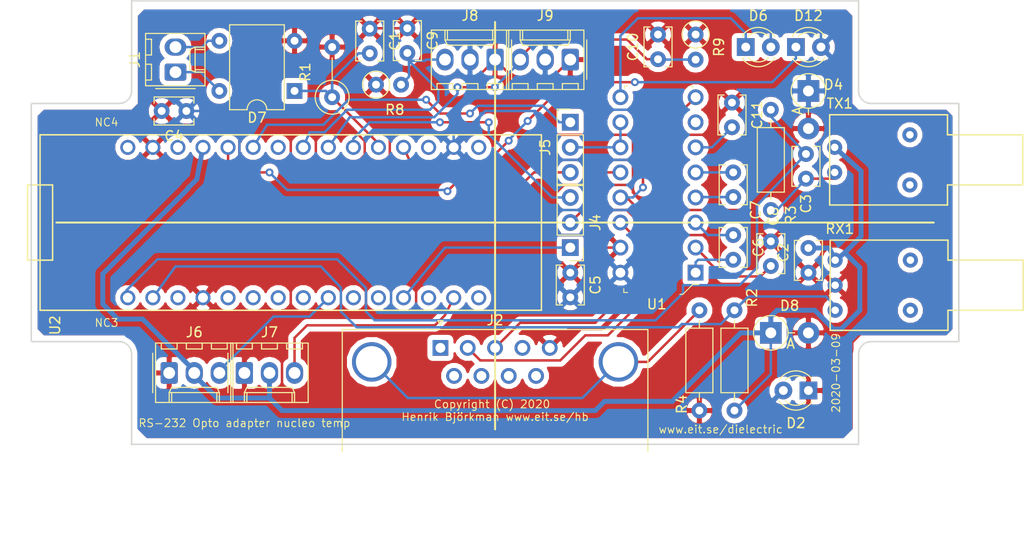
<source format=kicad_pcb>
(kicad_pcb (version 20171130) (host pcbnew 5.0.2-bee76a0~70~ubuntu18.04.1)
  (layers (0 F.Cu signal) (31 B.Cu signal) (34 B.Paste user) (35 F.Paste user) (36 B.SilkS user) (37 F.SilkS user) (38 B.Mask user) (39 F.Mask user) (44 Edge.Cuts user))
  (net 0 "")
  (net 1 "Net-(C3-Pad1)")
  (net 2 "Net-(TX1-Pad3)")
  (net 3 "Net-(TX1-Pad4)")
  (net 4 "Net-(RX1-Pad4)")
  (net 5 "Net-(RX1-Pad5)")
  (net 6 "Net-(C3-Pad2)")
  (net 7 GND)
  (net 8 +5V)
  (net 9 "Net-(U2-Pad3)")
  (net 10 "Net-(U2-Pad10)")
  (net 11 "Net-(U2-Pad11)")
  (net 12 "Net-(J4-Pad1)")
  (net 13 "Net-(U2-Pad16)")
  (net 14 "Net-(J4-Pad3)")
  (net 15 "Net-(J5-Pad1)")
  (net 16 "Net-(J5-Pad3)")
  (net 17 "Net-(U2-Pad28)")
  (net 18 "Net-(C6-Pad2)")
  (net 19 "Net-(C8-Pad2)")
  (net 20 "Net-(C6-Pad1)")
  (net 21 "Net-(C7-Pad2)")
  (net 22 "Net-(C7-Pad1)")
  (net 23 "Net-(J5-Pad2)")
  (net 24 "Net-(J4-Pad2)")
  (net 25 "Net-(J2-Pad2)")
  (net 26 "Net-(J2-Pad3)")
  (net 27 "Net-(J2-Pad0)")
  (net 28 "Net-(J2-Pad1)")
  (net 29 "Net-(J2-Pad4)")
  (net 30 "Net-(J2-Pad6)")
  (net 31 "Net-(J2-Pad7)")
  (net 32 "Net-(J2-Pad8)")
  (net 33 "Net-(J2-Pad9)")
  (net 34 "Net-(J6-Pad3)")
  (net 35 "Net-(U1-Pad7)")
  (net 36 "Net-(D12-Pad1)")
  (net 37 +3V3)
  (net 38 "Net-(U2-Pad8)")
  (net 39 "Net-(J7-Pad3)")
  (net 40 "Net-(U2-Pad18)")
  (net 41 "Net-(U2-Pad5)")
  (net 42 "Net-(U2-Pad6)")
  (net 43 "Net-(U2-Pad7)")
  (net 44 "Net-(U2-Pad13)")
  (net 45 "Net-(U2-Pad15)")
  (net 46 "Net-(U2-Pad24)")
  (net 47 "Net-(D6-Pad1)")
  (net 48 "Net-(R2-Pad1)")
  (net 49 "Net-(C10-Pad2)")
  (net 50 "Net-(C9-Pad2)")
  (net 51 "Net-(D7-Pad4)")
  (net 52 "Net-(D7-Pad3)")
  (net 53 "Net-(U2-Pad30)")
  (net 54 "Net-(C1-Pad2)")
  (net 55 "Net-(C11-Pad2)")
  (module Connector_Dsub:DSUB-9_Male_Horizontal_P2.77x2.84mm_EdgePinOffset7.70mm_Housed_MountingHolesOffset9.12mm (layer F.Cu) (at 108.76 101.6)
    (fp_text reference J2 (at 5.54 -2.8) (layer F.SilkS))
    (fp_text value DB9_Male_MountingHoles-Connector)
    (pad 1 thru_hole rect (at 0 0) (size 1.6 1.6) (drill 1) (layers *.Cu *.Mask) (net 28 "Net-(J2-Pad1)"))
    (pad 2 thru_hole circle (at 2.77 0) (size 1.6 1.6) (drill 1) (layers *.Cu *.Mask) (net 25 "Net-(J2-Pad2)"))
    (pad 3 thru_hole circle (at 5.54 0) (size 1.6 1.6) (drill 1) (layers *.Cu *.Mask) (net 26 "Net-(J2-Pad3)"))
    (pad 4 thru_hole circle (at 8.31 0) (size 1.6 1.6) (drill 1) (layers *.Cu *.Mask) (net 29 "Net-(J2-Pad4)"))
    (pad 5 thru_hole circle (at 11.08 0) (size 1.6 1.6) (drill 1) (layers *.Cu *.Mask) (net 7 GND))
    (pad 6 thru_hole circle (at 1.385 2.84) (size 1.6 1.6) (drill 1) (layers *.Cu *.Mask) (net 30 "Net-(J2-Pad6)"))
    (pad 7 thru_hole circle (at 4.155 2.84) (size 1.6 1.6) (drill 1) (layers *.Cu *.Mask) (net 31 "Net-(J2-Pad7)"))
    (pad 8 thru_hole circle (at 6.925 2.84) (size 1.6 1.6) (drill 1) (layers *.Cu *.Mask) (net 32 "Net-(J2-Pad8)"))
    (pad 9 thru_hole circle (at 9.695 2.84) (size 1.6 1.6) (drill 1) (layers *.Cu *.Mask) (net 33 "Net-(J2-Pad9)"))
    (pad 0 thru_hole circle (at -6.96 1.42) (size 4 4) (drill 3.2) (layers *.Cu *.Mask) (net 27 "Net-(J2-Pad0)"))
    (pad 0 thru_hole circle (at 18.04 1.42) (size 4 4) (drill 3.2) (layers *.Cu *.Mask) (net 27 "Net-(J2-Pad0)"))
  )
  (module Capacitor_THT:C_Disc_D3.8mm_W2.6mm_P2.50mm (layer F.Cu) (at 138.303 76.748 270)
    (fp_text reference C11 (at 1.25 -2.55 270) (layer F.SilkS))
    (fp_text value C)
    (pad 1 thru_hole circle (at 0 0 270) (size 1.6 1.6) (drill 0.8) (layers *.Cu *.Mask) (net 7 GND))
    (pad 2 thru_hole circle (at 2.5 0 270) (size 1.6 1.6) (drill 0.8) (layers *.Cu *.Mask) (net 55 "Net-(C11-Pad2)"))
  )
  (module Capacitor_THT:C_Disc_D3.8mm_W2.6mm_P2.50mm (layer F.Cu) (at 101.6 69.255 270)
    (fp_text reference C1 (at 1.25 -2.55 270) (layer F.SilkS))
    (fp_text value C)
    (pad 1 thru_hole circle (at 0 0 270) (size 1.6 1.6) (drill 0.8) (layers *.Cu *.Mask) (net 7 GND))
    (pad 2 thru_hole circle (at 2.5 0 270) (size 1.6 1.6) (drill 0.8) (layers *.Cu *.Mask) (net 54 "Net-(C1-Pad2)"))
  )
  (module Resistor_THT:R_Axial_DIN0309_L9.0mm_D3.2mm_P5.08mm_Vertical (layer F.Cu) (at 97.79 76.2 90)
    (fp_text reference R1 (at 2.54 -2.72 90) (layer F.SilkS))
    (fp_text value R)
    (pad 1 thru_hole circle (at 0 0 90) (size 1.6 1.6) (drill 0.8) (layers *.Cu *.Mask) (net 54 "Net-(C1-Pad2)"))
    (pad 2 thru_hole oval (at 5.08 0 90) (size 1.6 1.6) (drill 0.8) (layers *.Cu *.Mask) (net 7 GND))
  )
  (module Connector_Molex:Molex_KK-254_AE-6410-02A_1x02_P2.54mm_Vertical (layer F.Cu) (at 81.915 73.66 90)
    (fp_text reference J1 (at 1.27 -4.12 90) (layer F.SilkS))
    (fp_text value Conn_01x02)
    (pad 1 thru_hole roundrect (at 0 0 90) (size 1.74 2.2) (drill 1.2) (layers *.Cu *.Mask) (roundrect_rratio 0.143678) (net 51 "Net-(D7-Pad4)"))
    (pad 2 thru_hole oval (at 2.54 0 90) (size 1.74 2.2) (drill 1.2) (layers *.Cu *.Mask) (net 52 "Net-(D7-Pad3)"))
  )
  (module Diode_THT:Diode_Bridge_DIP-4_W7.62mm_P5.08mm (layer F.Cu) (at 93.98 75.565 180)
    (fp_text reference D7 (at 3.8 -2.7 180) (layer F.SilkS))
    (fp_text value D_Bridge_+-AA)
    (pad 4 thru_hole oval (at 7.62 0 180) (size 1.6 1.6) (drill 0.8) (layers *.Cu *.Mask) (net 51 "Net-(D7-Pad4)"))
    (pad 2 thru_hole oval (at 0 5.08 180) (size 1.6 1.6) (drill 0.8) (layers *.Cu *.Mask) (net 7 GND))
    (pad 3 thru_hole oval (at 7.62 5.08 180) (size 1.6 1.6) (drill 0.8) (layers *.Cu *.Mask) (net 52 "Net-(D7-Pad3)"))
    (pad 1 thru_hole rect (at 0 0 180) (size 1.6 1.6) (drill 0.8) (layers *.Cu *.Mask) (net 54 "Net-(C1-Pad2)"))
  )
  (module Connector_Molex:Molex_KK-254_AE-6410-03A_1x03_P2.54mm_Vertical (layer F.Cu) (at 114.3 72.39 180)
    (fp_text reference J8 (at 2.54 4.445 180) (layer F.SilkS))
    (fp_text value Conn_01x03 hide)
    (pad 1 thru_hole roundrect (at 0 0 180) (size 1.74 2.2) (drill 1.2) (layers *.Cu *.Mask) (roundrect_rratio 0.143678) (net 7 GND))
    (pad 2 thru_hole oval (at 2.54 0 180) (size 1.74 2.2) (drill 1.2) (layers *.Cu *.Mask) (net 37 +3V3))
    (pad 3 thru_hole oval (at 5.08 0 180) (size 1.74 2.2) (drill 1.2) (layers *.Cu *.Mask) (net 50 "Net-(C9-Pad2)"))
  )
  (module Resistor_THT:R_Axial_DIN0207_L6.3mm_D2.5mm_P2.54mm_Vertical (layer F.Cu) (at 102.235 74.93)
    (fp_text reference R8 (at 1.905 2.54) (layer F.SilkS))
    (fp_text value R)
    (pad 2 thru_hole oval (at 2.54 0) (size 1.6 1.6) (drill 0.8) (layers *.Cu *.Mask) (net 50 "Net-(C9-Pad2)"))
    (pad 1 thru_hole circle (at 0 0) (size 1.6 1.6) (drill 0.8) (layers *.Cu *.Mask) (net 7 GND))
  )
  (module Resistor_THT:R_Axial_DIN0207_L6.3mm_D2.5mm_P2.54mm_Vertical (layer F.Cu) (at 134.62 69.85 270)
    (fp_text reference R9 (at 1.27 -2.37 270) (layer F.SilkS))
    (fp_text value R)
    (pad 1 thru_hole circle (at 0 0 270) (size 1.6 1.6) (drill 0.8) (layers *.Cu *.Mask) (net 7 GND))
    (pad 2 thru_hole oval (at 2.54 0 270) (size 1.6 1.6) (drill 0.8) (layers *.Cu *.Mask) (net 49 "Net-(C10-Pad2)"))
  )
  (module Capacitor_THT:C_Disc_D3.8mm_W2.6mm_P2.50mm (layer F.Cu) (at 130.81 69.85 270)
    (fp_text reference C10 (at 1.25 2.54 270) (layer F.SilkS))
    (fp_text value C)
    (pad 2 thru_hole circle (at 2.5 0 270) (size 1.6 1.6) (drill 0.8) (layers *.Cu *.Mask) (net 49 "Net-(C10-Pad2)"))
    (pad 1 thru_hole circle (at 0 0 270) (size 1.6 1.6) (drill 0.8) (layers *.Cu *.Mask) (net 7 GND))
  )
  (module Capacitor_THT:C_Disc_D3.8mm_W2.6mm_P2.50mm (layer F.Cu) (at 105.41 69.215 270)
    (fp_text reference C9 (at 1.25 -2.55 270) (layer F.SilkS))
    (fp_text value C)
    (pad 1 thru_hole circle (at 0 0 270) (size 1.6 1.6) (drill 0.8) (layers *.Cu *.Mask) (net 7 GND))
    (pad 2 thru_hole circle (at 2.5 0 270) (size 1.6 1.6) (drill 0.8) (layers *.Cu *.Mask) (net 50 "Net-(C9-Pad2)"))
  )
  (module eit_footprints:nucleo_nano (layer F.Cu) (at 64.385 88.9 90)
    (fp_text reference U2 (at -10.414 5.334 90) (layer F.SilkS))
    (fp_text value nucleo_nano)
    (pad 1 thru_hole circle (at -7.62 12.7 90) (size 1.524 1.524) (drill 1) (layers *.Cu *.Mask) (net 6 "Net-(C3-Pad2)"))
    (pad 2 thru_hole circle (at -7.62 15.24 90) (size 1.524 1.524) (drill 1) (layers *.Cu *.Mask) (net 48 "Net-(R2-Pad1)"))
    (pad 3 thru_hole circle (at -7.62 17.78 90) (size 1.524 1.524) (drill 1) (layers *.Cu *.Mask) (net 9 "Net-(U2-Pad3)"))
    (pad 4 thru_hole circle (at -7.62 20.32 90) (size 1.524 1.524) (drill 1) (layers *.Cu *.Mask) (net 7 GND))
    (pad 5 thru_hole circle (at -7.62 22.86 90) (size 1.524 1.524) (drill 1) (layers *.Cu *.Mask) (net 41 "Net-(U2-Pad5)"))
    (pad 6 thru_hole circle (at -7.62 25.4 90) (size 1.524 1.524) (drill 1) (layers *.Cu *.Mask) (net 42 "Net-(U2-Pad6)"))
    (pad 7 thru_hole circle (at -7.62 27.94 90) (size 1.524 1.524) (drill 1) (layers *.Cu *.Mask) (net 43 "Net-(U2-Pad7)"))
    (pad 8 thru_hole circle (at -7.62 30.48 90) (size 1.524 1.524) (drill 1) (layers *.Cu *.Mask) (net 38 "Net-(U2-Pad8)"))
    (pad 9 thru_hole circle (at -7.62 33.02 90) (size 1.524 1.524) (drill 1) (layers *.Cu *.Mask) (net 34 "Net-(J6-Pad3)"))
    (pad 10 thru_hole circle (at -7.62 35.56 90) (size 1.524 1.524) (drill 1) (layers *.Cu *.Mask) (net 10 "Net-(U2-Pad10)"))
    (pad 11 thru_hole circle (at -7.62 38.1 90) (size 1.524 1.524) (drill 1) (layers *.Cu *.Mask) (net 11 "Net-(U2-Pad11)"))
    (pad 12 thru_hole circle (at -7.62 40.64 90) (size 1.524 1.524) (drill 1) (layers *.Cu *.Mask) (net 12 "Net-(J4-Pad1)"))
    (pad 13 thru_hole circle (at -7.62 43.18 90) (size 1.524 1.524) (drill 1) (layers *.Cu *.Mask) (net 44 "Net-(U2-Pad13)"))
    (pad 14 thru_hole circle (at -7.62 45.72 90) (size 1.524 1.524) (drill 1) (layers *.Cu *.Mask) (net 39 "Net-(J7-Pad3)"))
    (pad 15 thru_hole circle (at -7.62 48.26 90) (size 1.524 1.524) (drill 1) (layers *.Cu *.Mask) (net 45 "Net-(U2-Pad15)"))
    (pad 16 thru_hole circle (at 7.62 48.26 90) (size 1.524 1.524) (drill 1) (layers *.Cu *.Mask) (net 13 "Net-(U2-Pad16)"))
    (pad 17 thru_hole circle (at 7.62 45.72 90) (size 1.524 1.524) (drill 1) (layers *.Cu *.Mask) (net 37 +3V3))
    (pad 18 thru_hole circle (at 7.62 43.18 90) (size 1.524 1.524) (drill 1) (layers *.Cu *.Mask) (net 40 "Net-(U2-Pad18)"))
    (pad 19 thru_hole circle (at 7.62 40.64 90) (size 1.524 1.524) (drill 1) (layers *.Cu *.Mask) (net 36 "Net-(D12-Pad1)"))
    (pad 20 thru_hole circle (at 7.62 38.1 90) (size 1.524 1.524) (drill 1) (layers *.Cu *.Mask) (net 54 "Net-(C1-Pad2)"))
    (pad 21 thru_hole circle (at 7.62 35.56 90) (size 1.524 1.524) (drill 1) (layers *.Cu *.Mask) (net 14 "Net-(J4-Pad3)"))
    (pad 22 thru_hole circle (at 7.62 33.02 90) (size 1.524 1.524) (drill 1) (layers *.Cu *.Mask) (net 49 "Net-(C10-Pad2)"))
    (pad 23 thru_hole circle (at 7.62 30.48 90) (size 1.524 1.524) (drill 1) (layers *.Cu *.Mask) (net 50 "Net-(C9-Pad2)"))
    (pad 24 thru_hole circle (at 7.62 27.94 90) (size 1.524 1.524) (drill 1) (layers *.Cu *.Mask) (net 46 "Net-(U2-Pad24)"))
    (pad 25 thru_hole circle (at 7.62 25.4 90) (size 1.524 1.524) (drill 1) (layers *.Cu *.Mask) (net 15 "Net-(J5-Pad1)"))
    (pad 26 thru_hole circle (at 7.62 22.86 90) (size 1.524 1.524) (drill 1) (layers *.Cu *.Mask) (net 16 "Net-(J5-Pad3)"))
    (pad 27 thru_hole circle (at 7.62 20.32 90) (size 1.524 1.524) (drill 1) (layers *.Cu *.Mask) (net 8 +5V))
    (pad 28 thru_hole circle (at 7.62 17.78 90) (size 1.524 1.524) (drill 1) (layers *.Cu *.Mask) (net 17 "Net-(U2-Pad28)"))
    (pad 29 thru_hole circle (at 7.62 15.24 90) (size 1.524 1.524) (drill 1) (layers *.Cu *.Mask) (net 7 GND))
    (pad 30 thru_hole circle (at 7.62 12.7 90) (size 1.524 1.524) (drill 1) (layers *.Cu *.Mask) (net 53 "Net-(U2-Pad30)"))
  )
  (module eit_footprints:opto_transmitter_broadwell (layer F.Cu) (at 152.52 73.66)
    (fp_text reference TX1 (at -3.295 3.175) (layer F.SilkS))
    (fp_text value opto_transmitter_broadcom)
    (pad 1 thru_hole circle (at -3.81 7.62) (size 1.524 1.524) (drill 0.762) (layers *.Cu *.Mask) (net 8 +5V))
    (pad 2 thru_hole circle (at -3.81 10.16) (size 1.524 1.524) (drill 0.762) (layers *.Cu *.Mask) (net 1 "Net-(C3-Pad1)"))
    (pad 3 thru_hole circle (at 3.81 6.35) (size 1.524 1.524) (drill 0.762) (layers *.Cu *.Mask) (net 2 "Net-(TX1-Pad3)"))
    (pad 4 thru_hole circle (at 3.81 11.43) (size 1.524 1.524) (drill 0.762) (layers *.Cu *.Mask) (net 3 "Net-(TX1-Pad4)"))
  )
  (module Connector_Molex:Molex_KK-254_AE-6410-03A_1x03_P2.54mm_Vertical (layer F.Cu) (at 121.92 72.39 180)
    (fp_text reference J9 (at 2.54 4.445 180) (layer F.SilkS))
    (fp_text value Conn_01x03 hide)
    (pad 3 thru_hole oval (at 5.08 0 180) (size 1.74 2.2) (drill 1.2) (layers *.Cu *.Mask) (net 49 "Net-(C10-Pad2)"))
    (pad 2 thru_hole oval (at 2.54 0 180) (size 1.74 2.2) (drill 1.2) (layers *.Cu *.Mask) (net 37 +3V3))
    (pad 1 thru_hole roundrect (at 0 0 180) (size 1.74 2.2) (drill 1.2) (layers *.Cu *.Mask) (roundrect_rratio 0.143678) (net 7 GND))
  )
  (module Connector_Molex:Molex_KK-254_AE-6410-03A_1x03_P2.54mm_Vertical (layer F.Cu) (at 88.9 104.14)
    (fp_text reference J7 (at 2.54 -4.12) (layer F.SilkS))
    (fp_text value Conn_01x03 hide)
    (pad 3 thru_hole oval (at 5.08 0) (size 1.74 2.2) (drill 1.2) (layers *.Cu *.Mask) (net 39 "Net-(J7-Pad3)"))
    (pad 2 thru_hole oval (at 2.54 0) (size 1.74 2.2) (drill 1.2) (layers *.Cu *.Mask) (net 8 +5V))
    (pad 1 thru_hole roundrect (at 0 0) (size 1.74 2.2) (drill 1.2) (layers *.Cu *.Mask) (roundrect_rratio 0.143678) (net 7 GND))
  )
  (module Connector_Molex:Molex_KK-254_AE-6410-03A_1x03_P2.54mm_Vertical (layer F.Cu) (at 81.28 104.14)
    (fp_text reference J6 (at 2.54 -4.12) (layer F.SilkS))
    (fp_text value Conn_01x03 hide)
    (pad 1 thru_hole roundrect (at 0 0) (size 1.74 2.2) (drill 1.2) (layers *.Cu *.Mask) (roundrect_rratio 0.143678) (net 7 GND))
    (pad 2 thru_hole oval (at 2.54 0) (size 1.74 2.2) (drill 1.2) (layers *.Cu *.Mask) (net 8 +5V))
    (pad 3 thru_hole oval (at 5.08 0) (size 1.74 2.2) (drill 1.2) (layers *.Cu *.Mask) (net 34 "Net-(J6-Pad3)"))
  )
  (module Capacitor_THT:C_Disc_D3.8mm_W2.6mm_P2.50mm (layer F.Cu) (at 121.92 93.98 270)
    (fp_text reference C5 (at 1.25 -2.55 270) (layer F.SilkS))
    (fp_text value C)
    (pad 1 thru_hole circle (at 0 0 270) (size 1.6 1.6) (drill 0.8) (layers *.Cu *.Mask) (net 7 GND))
    (pad 2 thru_hole circle (at 2.5 0 270) (size 1.6 1.6) (drill 0.8) (layers *.Cu *.Mask) (net 37 +3V3))
  )
  (module Diode_THT:D_DO-41_SOD81_P3.81mm_Vertical_AnodeUp (layer F.Cu) (at 142.24 100.076)
    (fp_text reference D8 (at 1.905 -2.750635) (layer F.SilkS))
    (fp_text value D_Zener)
    (fp_text user A (at 2.01 1.1) (layer F.SilkS))
    (pad 1 thru_hole rect (at 0 0) (size 2.2 2.2) (drill 1.1) (layers *.Cu *.Mask) (net 8 +5V))
    (pad 2 thru_hole oval (at 3.81 0) (size 2.2 2.2) (drill 1.1) (layers *.Cu *.Mask) (net 7 GND))
  )
  (module Diode_THT:D_DO-41_SOD81_P3.81mm_Vertical_AnodeUp (layer F.Cu) (at 146.05 75.565 270)
    (fp_text reference D4 (at -0.635 -2.54) (layer F.SilkS))
    (fp_text value D_Zener)
    (fp_text user A (at 2.01 1.1 270) (layer F.SilkS))
    (pad 1 thru_hole rect (at 0 0 270) (size 2.2 2.2) (drill 1.1) (layers *.Cu *.Mask) (net 37 +3V3))
    (pad 2 thru_hole oval (at 3.81 0 270) (size 2.2 2.2) (drill 1.1) (layers *.Cu *.Mask) (net 7 GND))
  )
  (module LED_THT:LED_D3.0mm (layer F.Cu) (at 146.05 105.918 180)
    (fp_text reference D2 (at 1.27 -3.302 180) (layer F.SilkS))
    (fp_text value LED)
    (pad 1 thru_hole rect (at 0 0 180) (size 1.8 1.8) (drill 0.9) (layers *.Cu *.Mask) (net 7 GND))
    (pad 2 thru_hole circle (at 2.54 0 180) (size 1.8 1.8) (drill 0.9) (layers *.Cu *.Mask) (net 37 +3V3))
  )
  (module LED_THT:LED_D3.0mm (layer F.Cu) (at 144.78 71.12)
    (fp_text reference D12 (at 1.27 -3.175) (layer F.SilkS))
    (fp_text value LED)
    (pad 2 thru_hole circle (at 2.54 0) (size 1.8 1.8) (drill 0.9) (layers *.Cu *.Mask) (net 37 +3V3))
    (pad 1 thru_hole rect (at 0 0) (size 1.8 1.8) (drill 0.9) (layers *.Cu *.Mask) (net 36 "Net-(D12-Pad1)"))
  )
  (module Resistor_THT:R_Axial_DIN0207_L6.3mm_D2.5mm_P10.16mm_Horizontal (layer F.Cu) (at 135.001 97.79 270)
    (fp_text reference R4 (at 9.525 1.778 270) (layer F.SilkS))
    (fp_text value R)
    (pad 1 thru_hole circle (at 0 0 270) (size 1.6 1.6) (drill 0.8) (layers *.Cu *.Mask) (net 27 "Net-(J2-Pad0)"))
    (pad 2 thru_hole oval (at 10.16 0 270) (size 1.6 1.6) (drill 0.8) (layers *.Cu *.Mask) (net 7 GND))
  )
  (module LED_THT:LED_D3.0mm (layer F.Cu) (at 139.7 71.12)
    (fp_text reference D6 (at 1.27 -3.175) (layer F.SilkS))
    (fp_text value LED)
    (pad 2 thru_hole circle (at 2.54 0) (size 1.8 1.8) (drill 0.9) (layers *.Cu *.Mask) (net 37 +3V3))
    (pad 1 thru_hole rect (at 0 0) (size 1.8 1.8) (drill 0.9) (layers *.Cu *.Mask) (net 47 "Net-(D6-Pad1)"))
  )
  (module Capacitor_THT:C_Disc_D3.8mm_W2.6mm_P2.50mm (layer F.Cu) (at 138.43 83.82 270)
    (fp_text reference C7 (at 3.81 -2.286 270) (layer F.SilkS))
    (fp_text value C)
    (pad 1 thru_hole circle (at 0 0 270) (size 1.6 1.6) (drill 0.8) (layers *.Cu *.Mask) (net 22 "Net-(C7-Pad1)"))
    (pad 2 thru_hole circle (at 2.5 0 270) (size 1.6 1.6) (drill 0.8) (layers *.Cu *.Mask) (net 21 "Net-(C7-Pad2)"))
  )
  (module Capacitor_THT:C_Disc_D3.8mm_W2.6mm_P2.50mm (layer F.Cu) (at 142.24 90.805 270)
    (fp_text reference C8 (at -2.54 -0.254 270) (layer F.SilkS))
    (fp_text value C)
    (pad 2 thru_hole circle (at 2.5 0 270) (size 1.6 1.6) (drill 0.8) (layers *.Cu *.Mask) (net 19 "Net-(C8-Pad2)"))
    (pad 1 thru_hole circle (at 0 0 270) (size 1.6 1.6) (drill 0.8) (layers *.Cu *.Mask) (net 7 GND))
  )
  (module Capacitor_THT:C_Disc_D3.8mm_W2.6mm_P2.50mm (layer F.Cu) (at 138.43 90.17 270)
    (fp_text reference C6 (at 1.25 -2.55 270) (layer F.SilkS))
    (fp_text value C)
    (pad 1 thru_hole circle (at 0 0 270) (size 1.6 1.6) (drill 0.8) (layers *.Cu *.Mask) (net 20 "Net-(C6-Pad1)"))
    (pad 2 thru_hole circle (at 2.5 0 270) (size 1.6 1.6) (drill 0.8) (layers *.Cu *.Mask) (net 18 "Net-(C6-Pad2)"))
  )
  (module Capacitor_THT:C_Disc_D3.8mm_W2.6mm_P2.50mm (layer F.Cu) (at 80.518 77.597)
    (fp_text reference C4 (at 1.25 2.54) (layer F.SilkS))
    (fp_text value C)
    (pad 2 thru_hole circle (at 2.5 0) (size 1.6 1.6) (drill 0.8) (layers *.Cu *.Mask) (net 37 +3V3))
    (pad 1 thru_hole circle (at 0 0) (size 1.6 1.6) (drill 0.8) (layers *.Cu *.Mask) (net 7 GND))
  )
  (module Capacitor_THT:C_Disc_D3.8mm_W2.6mm_P2.50mm (layer F.Cu) (at 146.05 93.98 90)
    (fp_text reference C2 (at 2.032 -2.54 90) (layer F.SilkS))
    (fp_text value C)
    (pad 1 thru_hole circle (at 0 0 90) (size 1.6 1.6) (drill 0.8) (layers *.Cu *.Mask) (net 7 GND))
    (pad 2 thru_hole circle (at 2.5 0 90) (size 1.6 1.6) (drill 0.8) (layers *.Cu *.Mask) (net 8 +5V))
  )
  (module Connector_PinHeader_2.54mm:PinHeader_1x03_P2.54mm_Vertical (layer F.Cu) (at 121.92 91.44 180)
    (fp_text reference J4 (at -2.54 2.54 -90) (layer F.SilkS))
    (fp_text value Conn_01x03 hide)
    (pad 3 thru_hole oval (at 0 5.08 180) (size 1.7 1.7) (drill 1) (layers *.Cu *.Mask) (net 14 "Net-(J4-Pad3)"))
    (pad 2 thru_hole oval (at 0 2.54 180) (size 1.7 1.7) (drill 1) (layers *.Cu *.Mask) (net 24 "Net-(J4-Pad2)"))
    (pad 1 thru_hole rect (at 0 0 180) (size 1.7 1.7) (drill 1) (layers *.Cu *.Mask) (net 12 "Net-(J4-Pad1)"))
  )
  (module Connector_PinHeader_2.54mm:PinHeader_1x03_P2.54mm_Vertical (layer F.Cu) (at 121.92 78.74)
    (fp_text reference J5 (at -2.54 2.54 -270) (layer F.SilkS))
    (fp_text value Conn_01x03 hide)
    (pad 1 thru_hole rect (at 0 0) (size 1.7 1.7) (drill 1) (layers *.Cu *.Mask) (net 15 "Net-(J5-Pad1)"))
    (pad 2 thru_hole oval (at 0 2.54) (size 1.7 1.7) (drill 1) (layers *.Cu *.Mask) (net 23 "Net-(J5-Pad2)"))
    (pad 3 thru_hole oval (at 0 5.08) (size 1.7 1.7) (drill 1) (layers *.Cu *.Mask) (net 16 "Net-(J5-Pad3)"))
  )
  (module Resistor_THT:R_Axial_DIN0207_L6.3mm_D2.5mm_P10.16mm_Horizontal (layer F.Cu) (at 138.557 97.79 270)
    (fp_text reference R2 (at -1.27 -1.778 270) (layer F.SilkS))
    (fp_text value R)
    (pad 2 thru_hole oval (at 10.16 0 270) (size 1.6 1.6) (drill 0.8) (layers *.Cu *.Mask) (net 8 +5V))
    (pad 1 thru_hole circle (at 0 0 270) (size 1.6 1.6) (drill 0.8) (layers *.Cu *.Mask) (net 48 "Net-(R2-Pad1)"))
  )
  (module digikey-footprints:DIP-16_W7.62mm (layer F.Cu) (at 134.62 93.98 180)
    (fp_text reference U1 (at 3.94 -3.2 180) (layer F.SilkS))
    (fp_text value MAX232N-dk_Interface-Drivers-Receivers-Transceivers hide)
    (pad 1 thru_hole rect (at 0 0 180) (size 1.6 1.6) (drill 1) (layers *.Cu *.Mask) (net 18 "Net-(C6-Pad2)"))
    (pad 2 thru_hole circle (at 0 2.54 180) (size 1.6 1.6) (drill 1) (layers *.Cu *.Mask) (net 19 "Net-(C8-Pad2)"))
    (pad 3 thru_hole circle (at 0 5.08 180) (size 1.6 1.6) (drill 1) (layers *.Cu *.Mask) (net 20 "Net-(C6-Pad1)"))
    (pad 4 thru_hole circle (at 0 7.62 180) (size 1.6 1.6) (drill 1) (layers *.Cu *.Mask) (net 21 "Net-(C7-Pad2)"))
    (pad 5 thru_hole circle (at 0 10.16 180) (size 1.6 1.6) (drill 1) (layers *.Cu *.Mask) (net 22 "Net-(C7-Pad1)"))
    (pad 6 thru_hole circle (at 0 12.7 180) (size 1.6 1.6) (drill 1) (layers *.Cu *.Mask) (net 55 "Net-(C11-Pad2)"))
    (pad 7 thru_hole circle (at 0 15.24 180) (size 1.6 1.6) (drill 1) (layers *.Cu *.Mask) (net 35 "Net-(U1-Pad7)"))
    (pad 10 thru_hole circle (at 7.62 15.24 180) (size 1.6 1.6) (drill 1) (layers *.Cu *.Mask) (net 23 "Net-(J5-Pad2)"))
    (pad 11 thru_hole circle (at 7.62 12.7 180) (size 1.6 1.6) (drill 1) (layers *.Cu *.Mask) (net 23 "Net-(J5-Pad2)"))
    (pad 12 thru_hole circle (at 7.62 10.16 180) (size 1.6 1.6) (drill 1) (layers *.Cu *.Mask) (net 24 "Net-(J4-Pad2)"))
    (pad 13 thru_hole circle (at 7.62 7.62 180) (size 1.6 1.6) (drill 1) (layers *.Cu *.Mask) (net 25 "Net-(J2-Pad2)"))
    (pad 14 thru_hole circle (at 7.62 5.08 180) (size 1.6 1.6) (drill 1) (layers *.Cu *.Mask) (net 26 "Net-(J2-Pad3)"))
    (pad 15 thru_hole circle (at 7.62 2.54 180) (size 1.6 1.6) (drill 1) (layers *.Cu *.Mask) (net 7 GND))
    (pad 16 thru_hole circle (at 7.62 0 180) (size 1.6 1.6) (drill 1) (layers *.Cu *.Mask) (net 37 +3V3))
    (pad 8 thru_hole circle (at 0 17.78 180) (size 1.6 1.6) (drill 1) (layers *.Cu *.Mask) (net 25 "Net-(J2-Pad2)"))
    (pad 9 thru_hole circle (at 7.62 17.78 180) (size 1.6 1.6) (drill 1) (layers *.Cu *.Mask) (net 47 "Net-(D6-Pad1)"))
  )
  (module Capacitor_THT:C_Disc_D3.8mm_W2.6mm_P2.50mm (layer F.Cu) (at 145.8 84.455 90)
    (fp_text reference C3 (at -2.54 0 90) (layer F.SilkS))
    (fp_text value C)
    (pad 2 thru_hole circle (at 2.5 0 90) (size 1.6 1.6) (drill 0.8) (layers *.Cu *.Mask) (net 6 "Net-(C3-Pad2)"))
    (pad 1 thru_hole circle (at 0 0 90) (size 1.6 1.6) (drill 0.8) (layers *.Cu *.Mask) (net 1 "Net-(C3-Pad1)"))
  )
  (module Resistor_THT:R_Axial_DIN0207_L6.3mm_D2.5mm_P10.16mm_Horizontal (layer F.Cu) (at 142.24 87.63 90)
    (fp_text reference R3 (at -0.508 2.032 90) (layer F.SilkS))
    (fp_text value R)
    (pad 1 thru_hole circle (at 0 0 90) (size 1.6 1.6) (drill 0.8) (layers *.Cu *.Mask) (net 1 "Net-(C3-Pad1)"))
    (pad 2 thru_hole oval (at 10.16 0 90) (size 1.6 1.6) (drill 0.8) (layers *.Cu *.Mask) (net 6 "Net-(C3-Pad2)"))
  )
  (module eit_footprints:opto_receiver_broadwell (layer F.Cu) (at 152.57 86.36)
    (fp_text reference RX1 (at -3.345 3.175) (layer F.SilkS))
    (fp_text value opto_receiver_broadcom)
    (pad 1 thru_hole circle (at -3.81 6.35) (size 1.524 1.524) (drill 0.762) (layers *.Cu *.Mask) (net 8 +5V))
    (pad 2 thru_hole circle (at -3.81 8.89) (size 1.524 1.524) (drill 0.762) (layers *.Cu *.Mask) (net 7 GND))
    (pad 3 thru_hole circle (at -3.81 11.43) (size 1.524 1.524) (drill 0.762) (layers *.Cu *.Mask) (net 48 "Net-(R2-Pad1)"))
    (pad 4 thru_hole circle (at 3.81 6.35) (size 1.524 1.524) (drill 0.762) (layers *.Cu *.Mask) (net 4 "Net-(RX1-Pad4)"))
    (pad 5 thru_hole circle (at 3.81 11.43) (size 1.524 1.524) (drill 0.762) (layers *.Cu *.Mask) (net 5 "Net-(RX1-Pad5)"))
  )
  (gr_text 2020-03-09 (at 148.844 104.14 90) (layer F.SilkS) (effects (font (size 0.8 0.8) (thickness 0.1))))
  (gr_text NC3 (at 74.93 99.06) (layer F.SilkS) (effects (font (size 0.8 0.8) (thickness 0.1))))
  (gr_text NC4 (at 74.93 78.74) (layer F.SilkS) (effects (font (size 0.8 0.8) (thickness 0.1))))
  (gr_text www.eit.se/dielectric (at 137.16 109.855) (layer F.SilkS) (effects (font (size 0.8 0.8) (thickness 0.1))))
  (gr_text "RS-232 Opto adapter nucleo temp" (at 88.9 109.22) (layer F.SilkS) (effects (font (size 0.8 0.8) (thickness 0.1))))
  (gr_line (start 158.75 88.9) (end 69.85 88.9) (layer F.SilkS) (width 0.2))
  (gr_line (start 114.3 109.855) (end 114.3 68.58) (layer F.SilkS) (width 0.2))
  (gr_text "Copyright (C) 2020 \nHenrik Björkman www.eit.se/hb" (at 114.3 107.95) (layer F.SilkS) (effects (font (size 0.8 0.8) (thickness 0.1))))
  (gr_arc (start 152.4 102.235) (end 152.4 100.965) (angle -90) (layer Edge.Cuts) (width 0.15))
  (gr_arc (start 152.4 75.565) (end 151.13 75.565) (angle -90) (layer Edge.Cuts) (width 0.15))
  (gr_arc (start 76.2 75.565) (end 76.2 76.835) (angle -90) (layer Edge.Cuts) (width 0.15))
  (gr_arc (start 76.2 102.235) (end 77.47 102.235) (angle -90) (layer Edge.Cuts) (width 0.15))
  (gr_line (start 151.13 102.235) (end 151.13 111.375) (layer Edge.Cuts) (width 0.15))
  (gr_line (start 161.29 100.965) (end 152.4 100.965) (layer Edge.Cuts) (width 0.15))
  (gr_line (start 77.47 102.235) (end 77.47 111.375) (layer Edge.Cuts) (width 0.15))
  (gr_line (start 67.31 100.965) (end 76.2 100.965) (layer Edge.Cuts) (width 0.15))
  (gr_line (start 76.2 76.835) (end 67.31 76.835) (layer Edge.Cuts) (width 0.15))
  (gr_line (start 77.47 66.425) (end 77.47 75.565) (layer Edge.Cuts) (width 0.15))
  (gr_line (start 151.13 75.565) (end 151.13 66.425) (layer Edge.Cuts) (width 0.15))
  (gr_line (start 161.29 76.835) (end 152.4 76.835) (layer Edge.Cuts) (width 0.15))
  (gr_line (start 151.13 66.425) (end 77.47 66.425) (layer Edge.Cuts) (width 0.15))
  (gr_line (start 161.29 100.965) (end 161.29 76.835) (layer Edge.Cuts) (width 0.15))
  (gr_line (start 77.47 111.375) (end 151.13 111.375) (layer Edge.Cuts) (width 0.15))
  (gr_line (start 67.31 76.835) (end 67.31 100.965) (layer Edge.Cuts) (width 0.15))
  (segment (start 142.875 87.63) (end 142.24 87.63) (width 0.25) (layer B.Cu) (net 1))
  (segment (start 145.8 84.455) (end 142.875 87.63) (width 0.25) (layer B.Cu) (net 1))
  (segment (start 148.53237 84.455) (end 145.8 84.455) (width 0.25) (layer F.Cu) (net 1))
  (segment (start 148.71 83.82) (end 148.53237 84.455) (width 0.25) (layer F.Cu) (net 1))
  (segment (start 129.286 98.806) (end 128.27 98.806) (width 0.25) (layer B.Cu) (net 6))
  (segment (start 145.8 81.955) (end 142.24 78.145) (width 0.25) (layer B.Cu) (net 6))
  (segment (start 142.24 78.145) (end 142.24 77.47) (width 0.25) (layer B.Cu) (net 6))
  (segment (start 140.843 87.162) (end 145.8 81.955) (width 0.25) (layer B.Cu) (net 6))
  (segment (start 130.55741 98.806) (end 133.35 96.01341) (width 0.25) (layer B.Cu) (net 6))
  (segment (start 133.35 96.01341) (end 133.35 95.25) (width 0.25) (layer B.Cu) (net 6))
  (segment (start 133.35 95.25) (end 139.065 95.25) (width 0.25) (layer B.Cu) (net 6))
  (segment (start 139.065 95.25) (end 140.843 93.472) (width 0.25) (layer B.Cu) (net 6))
  (segment (start 140.843 93.472) (end 140.843 87.162) (width 0.25) (layer B.Cu) (net 6))
  (segment (start 128.27 98.806) (end 130.55741 98.806) (width 0.25) (layer B.Cu) (net 6))
  (segment (start 102.108 98.806) (end 101.219 97.917) (width 0.25) (layer B.Cu) (net 6))
  (segment (start 128.27 98.806) (end 102.108 98.806) (width 0.25) (layer B.Cu) (net 6))
  (segment (start 101.219 97.917) (end 101.219 95.540999) (width 0.25) (layer B.Cu) (net 6))
  (segment (start 98.298 92.619999) (end 80.100001 92.619999) (width 0.25) (layer B.Cu) (net 6))
  (segment (start 76.961999 95.758001) (end 77.085 96.52) (width 0.25) (layer B.Cu) (net 6))
  (segment (start 101.219 95.540999) (end 98.298 92.619999) (width 0.25) (layer B.Cu) (net 6))
  (segment (start 80.100001 92.619999) (end 76.961999 95.758001) (width 0.25) (layer B.Cu) (net 6))
  (segment (start 124.46 91.44) (end 121.92 93.98) (width 0.25) (layer F.Cu) (net 7))
  (segment (start 127 91.44) (end 124.46 91.44) (width 0.25) (layer F.Cu) (net 7))
  (segment (start 128.778 86.36) (end 131.826 89.408) (width 0.25) (layer F.Cu) (net 7))
  (segment (start 137.668 81.788) (end 135.89 80.01) (width 0.25) (layer F.Cu) (net 7))
  (segment (start 133.385998 80.01) (end 131.318 82.077998) (width 0.25) (layer F.Cu) (net 7))
  (segment (start 135.89 80.01) (end 133.385998 80.01) (width 0.25) (layer F.Cu) (net 7))
  (segment (start 144.272 86.868) (end 139.192 81.788) (width 0.25) (layer F.Cu) (net 7))
  (segment (start 143.764 88.392) (end 144.272 87.884) (width 0.25) (layer F.Cu) (net 7))
  (segment (start 144.272 87.884) (end 144.272 86.868) (width 0.25) (layer F.Cu) (net 7))
  (segment (start 139.192 81.788) (end 137.668 81.788) (width 0.25) (layer F.Cu) (net 7))
  (segment (start 128.27 85.852) (end 128.778 86.36) (width 0.25) (layer F.Cu) (net 7))
  (segment (start 128.27 85.09) (end 128.27 85.852) (width 0.25) (layer F.Cu) (net 7))
  (segment (start 128.27 85.09) (end 126.238 85.09) (width 0.25) (layer F.Cu) (net 7))
  (segment (start 125.476 89.916) (end 127 91.44) (width 0.25) (layer F.Cu) (net 7))
  (segment (start 126.238 85.09) (end 125.476 85.852) (width 0.25) (layer F.Cu) (net 7))
  (segment (start 143.764 89.916) (end 143.764 88.392) (width 0.25) (layer F.Cu) (net 7))
  (segment (start 143.764 91.694) (end 143.764 89.916) (width 0.25) (layer F.Cu) (net 7))
  (segment (start 92.71 101.6) (end 92.71 106.172) (width 0.25) (layer F.Cu) (net 7))
  (segment (start 92.27101 101.16101) (end 92.71 101.6) (width 0.25) (layer F.Cu) (net 7))
  (segment (start 90.67899 101.16101) (end 92.27101 101.16101) (width 0.25) (layer F.Cu) (net 7))
  (segment (start 88.9 104.14) (end 88.9 102.94) (width 0.25) (layer F.Cu) (net 7))
  (segment (start 88.9 102.94) (end 90.67899 101.16101) (width 0.25) (layer F.Cu) (net 7))
  (segment (start 131.826 90.17) (end 136.398 90.17) (width 0.25) (layer F.Cu) (net 7))
  (segment (start 131.826 89.408) (end 131.826 90.17) (width 0.25) (layer F.Cu) (net 7))
  (segment (start 124.079 80.01) (end 119.253 80.01) (width 0.25) (layer F.Cu) (net 7))
  (segment (start 128.016 80.01) (end 128.27 80.264) (width 0.25) (layer F.Cu) (net 7))
  (segment (start 128.016 80.01) (end 124.079 80.01) (width 0.25) (layer F.Cu) (net 7))
  (segment (start 128.27 82.55) (end 124.333 82.55) (width 0.25) (layer F.Cu) (net 7))
  (segment (start 128.27 82.55) (end 128.27 85.09) (width 0.25) (layer F.Cu) (net 7))
  (segment (start 128.27 80.264) (end 128.27 82.55) (width 0.25) (layer F.Cu) (net 7))
  (segment (start 95.377 82.804) (end 100.33 82.804) (width 0.25) (layer F.Cu) (net 7))
  (segment (start 93.472 82.804) (end 95.377 82.804) (width 0.25) (layer F.Cu) (net 7))
  (segment (start 123.317 82.677) (end 123.19 82.55) (width 0.25) (layer F.Cu) (net 7))
  (segment (start 123.19 82.55) (end 119.634 82.55) (width 0.25) (layer F.Cu) (net 7))
  (segment (start 125.73 90.17) (end 119.888 90.17) (width 0.25) (layer F.Cu) (net 7))
  (segment (start 119.634 82.55) (end 118.999 81.915) (width 0.25) (layer F.Cu) (net 7))
  (segment (start 118.999 81.915) (end 118.999 78.994) (width 0.25) (layer F.Cu) (net 7))
  (segment (start 123.825 77.089) (end 124.079 77.343) (width 0.25) (layer F.Cu) (net 7))
  (segment (start 121.28641 85.09) (end 123.317 85.09) (width 0.25) (layer F.Cu) (net 7))
  (segment (start 120.904 77.089) (end 123.825 77.089) (width 0.25) (layer F.Cu) (net 7))
  (segment (start 123.317 85.09) (end 123.317 82.677) (width 0.25) (layer F.Cu) (net 7))
  (segment (start 119.888 86.48841) (end 121.28641 85.09) (width 0.25) (layer F.Cu) (net 7))
  (segment (start 127 91.44) (end 125.73 90.17) (width 0.25) (layer F.Cu) (net 7))
  (segment (start 119.888 90.17) (end 119.888 86.48841) (width 0.25) (layer F.Cu) (net 7))
  (segment (start 118.999 78.994) (end 120.904 77.089) (width 0.25) (layer F.Cu) (net 7))
  (segment (start 133.096 72.263) (end 133.096 71.374) (width 0.25) (layer F.Cu) (net 7))
  (segment (start 131.572 73.787) (end 133.096 72.263) (width 0.25) (layer F.Cu) (net 7))
  (segment (start 130.048 73.787) (end 131.572 73.787) (width 0.25) (layer F.Cu) (net 7))
  (segment (start 133.096 71.374) (end 134.62 69.85) (width 0.25) (layer F.Cu) (net 7))
  (segment (start 121.92 72.39) (end 128.651 72.39) (width 0.25) (layer F.Cu) (net 7))
  (segment (start 128.651 72.39) (end 130.048 73.787) (width 0.25) (layer F.Cu) (net 7))
  (segment (start 127.889 77.47) (end 124.841 77.47) (width 0.25) (layer F.Cu) (net 7))
  (segment (start 130.048 73.787) (end 130.048 75.311) (width 0.25) (layer F.Cu) (net 7))
  (segment (start 130.048 75.311) (end 127.889 77.47) (width 0.25) (layer F.Cu) (net 7))
  (segment (start 116.368999 74.458999) (end 115.239773 73.329773) (width 0.25) (layer F.Cu) (net 7))
  (segment (start 115.239773 73.329773) (end 114.3 72.39) (width 0.25) (layer F.Cu) (net 7))
  (segment (start 119.851001 74.458999) (end 116.368999 74.458999) (width 0.25) (layer F.Cu) (net 7))
  (segment (start 121.92 72.39) (end 119.851001 74.458999) (width 0.25) (layer F.Cu) (net 7))
  (segment (start 116.368999 74.458999) (end 116.368999 79.411999) (width 0.25) (layer F.Cu) (net 7))
  (segment (start 116.368999 79.411999) (end 118.11 81.153) (width 0.25) (layer F.Cu) (net 7))
  (segment (start 118.11 81.153) (end 118.11 81.661) (width 0.25) (layer F.Cu) (net 7))
  (segment (start 89.916 76.454) (end 87.63 78.74) (width 0.25) (layer F.Cu) (net 7))
  (segment (start 89.916 72.78263) (end 89.916 76.454) (width 0.25) (layer F.Cu) (net 7))
  (segment (start 81.915 78.994) (end 87.63 78.994) (width 0.25) (layer F.Cu) (net 7))
  (segment (start 80.518 77.597) (end 81.915 78.994) (width 0.25) (layer F.Cu) (net 7))
  (segment (start 87.63 78.994) (end 87.63 78.74) (width 0.25) (layer F.Cu) (net 7))
  (segment (start 103.034999 75.729999) (end 102.235 74.93) (width 0.25) (layer F.Cu) (net 7))
  (segment (start 103.632 76.327) (end 103.034999 75.729999) (width 0.25) (layer F.Cu) (net 7))
  (segment (start 114.3 72.39) (end 112.522 74.168) (width 0.25) (layer F.Cu) (net 7))
  (segment (start 106.299 76.327) (end 103.632 76.327) (width 0.25) (layer F.Cu) (net 7))
  (segment (start 108.458 74.168) (end 106.299 76.327) (width 0.25) (layer F.Cu) (net 7))
  (segment (start 112.522 74.168) (end 108.458 74.168) (width 0.25) (layer F.Cu) (net 7))
  (segment (start 101.64 69.215) (end 101.6 69.255) (width 0.25) (layer F.Cu) (net 7))
  (segment (start 105.41 69.215) (end 101.64 69.215) (width 0.25) (layer F.Cu) (net 7))
  (segment (start 99.735 71.12) (end 101.6 69.255) (width 0.25) (layer F.Cu) (net 7))
  (segment (start 97.79 71.12) (end 99.735 71.12) (width 0.25) (layer F.Cu) (net 7))
  (segment (start 114.808 79.883) (end 102.87 79.883) (width 0.25) (layer F.Cu) (net 7))
  (segment (start 116.368999 79.411999) (end 115.279001 79.411999) (width 0.25) (layer F.Cu) (net 7))
  (segment (start 115.279001 79.411999) (end 114.808 79.883) (width 0.25) (layer F.Cu) (net 7))
  (segment (start 139.192 87.63) (end 140.716 89.154) (width 0.25) (layer F.Cu) (net 7))
  (segment (start 133.35 87.63) (end 139.192 87.63) (width 0.25) (layer F.Cu) (net 7))
  (segment (start 131.826 89.408) (end 131.826 89.154) (width 0.25) (layer F.Cu) (net 7))
  (segment (start 131.826 89.154) (end 133.35 87.63) (width 0.25) (layer F.Cu) (net 7))
  (segment (start 88.392 79.756) (end 87.63 78.994) (width 0.25) (layer F.Cu) (net 7))
  (segment (start 93.472 82.804) (end 88.392 82.804) (width 0.25) (layer F.Cu) (net 7))
  (segment (start 88.392 82.804) (end 88.392 79.756) (width 0.25) (layer F.Cu) (net 7))
  (segment (start 93.599 82.677) (end 93.472 82.804) (width 0.25) (layer F.Cu) (net 7))
  (segment (start 92.71 77.724) (end 93.599 78.613) (width 0.25) (layer F.Cu) (net 7))
  (segment (start 93.599 78.613) (end 93.599 82.677) (width 0.25) (layer F.Cu) (net 7))
  (segment (start 96.139 82.042) (end 95.377 82.804) (width 0.25) (layer F.Cu) (net 7))
  (segment (start 95.25 77.978) (end 96.139 78.867) (width 0.25) (layer F.Cu) (net 7))
  (segment (start 96.139 78.867) (end 96.139 82.042) (width 0.25) (layer F.Cu) (net 7))
  (segment (start 100.33 82.804) (end 101.092 82.042) (width 0.25) (layer F.Cu) (net 7))
  (segment (start 101.092 80.645) (end 100.33 79.883) (width 0.25) (layer F.Cu) (net 7))
  (segment (start 101.092 82.042) (end 101.092 80.645) (width 0.25) (layer F.Cu) (net 7))
  (segment (start 103.632 80.01) (end 103.505 79.883) (width 0.25) (layer F.Cu) (net 7))
  (segment (start 103.632 82.296) (end 103.632 80.01) (width 0.25) (layer F.Cu) (net 7))
  (segment (start 100.33 82.804) (end 103.124 82.804) (width 0.25) (layer F.Cu) (net 7))
  (segment (start 103.124 82.804) (end 103.632 82.296) (width 0.25) (layer F.Cu) (net 7))
  (segment (start 106.299 95.885) (end 105.41 94.996) (width 0.25) (layer F.Cu) (net 7))
  (segment (start 101.219 95.885) (end 101.219 98.425) (width 0.25) (layer F.Cu) (net 7))
  (segment (start 100.33 94.996) (end 101.219 95.885) (width 0.25) (layer F.Cu) (net 7))
  (segment (start 101.219 98.425) (end 101.092 98.552) (width 0.25) (layer F.Cu) (net 7))
  (segment (start 106.299 97.282) (end 106.299 95.885) (width 0.25) (layer F.Cu) (net 7))
  (segment (start 101.092 98.552) (end 105.029 98.552) (width 0.25) (layer F.Cu) (net 7))
  (segment (start 105.029 98.552) (end 106.299 97.282) (width 0.25) (layer F.Cu) (net 7))
  (segment (start 93.599 97.282) (end 93.091 97.79) (width 0.25) (layer F.Cu) (net 7))
  (segment (start 93.599 95.631) (end 93.599 97.282) (width 0.25) (layer F.Cu) (net 7))
  (segment (start 92.202 94.234) (end 93.599 95.631) (width 0.25) (layer F.Cu) (net 7))
  (segment (start 93.091 97.79) (end 92.71 97.79) (width 0.25) (layer F.Cu) (net 7))
  (segment (start 84.705 96.52) (end 86.106 94.234) (width 0.25) (layer F.Cu) (net 7))
  (segment (start 86.106 94.234) (end 92.202 94.234) (width 0.25) (layer F.Cu) (net 7))
  (segment (start 125.476 87.63) (end 125.476 89.916) (width 0.25) (layer F.Cu) (net 7))
  (segment (start 125.476 85.852) (end 125.476 87.63) (width 0.25) (layer F.Cu) (net 7))
  (segment (start 127.63359 87.63) (end 129.54 89.53641) (width 0.25) (layer F.Cu) (net 7))
  (segment (start 125.476 87.63) (end 127.63359 87.63) (width 0.25) (layer F.Cu) (net 7))
  (segment (start 129.54 89.53641) (end 129.54 95.25) (width 0.25) (layer F.Cu) (net 7))
  (segment (start 129.54 95.25) (end 125.095 99.695) (width 0.25) (layer F.Cu) (net 7))
  (segment (start 125.095 99.695) (end 121.745 99.695) (width 0.25) (layer F.Cu) (net 7))
  (segment (start 120.639999 100.800001) (end 119.84 101.6) (width 0.25) (layer F.Cu) (net 7))
  (segment (start 121.745 99.695) (end 120.639999 100.800001) (width 0.25) (layer F.Cu) (net 7))
  (segment (start 142.24 102.028) (end 142.24 100.076) (width 0.25) (layer B.Cu) (net 8))
  (segment (start 83.82 104.37) (end 83.82 104.14) (width 0.25) (layer F.Cu) (net 8))
  (segment (start 86.13 106.68) (end 83.82 104.37) (width 0.5) (layer B.Cu) (net 8))
  (segment (start 91.44 106.68) (end 86.13 106.68) (width 0.5) (layer B.Cu) (net 8))
  (segment (start 91.44 104.14) (end 91.44 106.68) (width 0.5) (layer B.Cu) (net 8))
  (segment (start 83.82 104.14) (end 83.82 103.91) (width 0.25) (layer B.Cu) (net 8))
  (segment (start 142.24 104.267) (end 142.24 103.505) (width 0.25) (layer B.Cu) (net 8))
  (segment (start 138.557 107.95) (end 142.24 104.267) (width 0.25) (layer B.Cu) (net 8))
  (segment (start 142.24 102.028) (end 142.24 103.505) (width 0.25) (layer B.Cu) (net 8))
  (segment (start 132.249999 107.018001) (end 139.192 100.076) (width 0.5) (layer B.Cu) (net 8))
  (segment (start 125.391999 107.018001) (end 132.249999 107.018001) (width 0.5) (layer B.Cu) (net 8))
  (segment (start 139.192 100.076) (end 142.24 100.076) (width 0.5) (layer B.Cu) (net 8))
  (segment (start 124.46 107.95) (end 125.391999 107.018001) (width 0.5) (layer B.Cu) (net 8))
  (segment (start 91.44 106.68) (end 92.71 107.95) (width 0.5) (layer B.Cu) (net 8))
  (segment (start 92.71 107.95) (end 124.46 107.95) (width 0.5) (layer B.Cu) (net 8))
  (segment (start 151.384 83.689) (end 148.71 81.28) (width 0.5) (layer B.Cu) (net 8))
  (segment (start 151.384 84.201) (end 151.384 83.689) (width 0.5) (layer B.Cu) (net 8))
  (segment (start 146.05 91.48) (end 148.165 91.48) (width 0.5) (layer B.Cu) (net 8))
  (segment (start 148.76 92.71) (end 149.61 92.075) (width 0.5) (layer B.Cu) (net 8))
  (segment (start 148.165 91.48) (end 148.76 92.71) (width 0.5) (layer B.Cu) (net 8))
  (segment (start 151.257 93.472) (end 149.735 91.95) (width 0.5) (layer B.Cu) (net 8))
  (segment (start 151.257 97.79) (end 151.257 93.472) (width 0.5) (layer B.Cu) (net 8))
  (segment (start 142.24 98.425) (end 142.875 97.79) (width 0.5) (layer B.Cu) (net 8))
  (segment (start 149.735 91.95) (end 151.384 90.301) (width 0.5) (layer B.Cu) (net 8))
  (segment (start 142.24 100.076) (end 142.24 98.425) (width 0.5) (layer B.Cu) (net 8))
  (segment (start 151.384 90.301) (end 151.384 84.074) (width 0.5) (layer B.Cu) (net 8))
  (segment (start 142.875 97.79) (end 146.685 97.79) (width 0.5) (layer B.Cu) (net 8))
  (segment (start 146.685 97.79) (end 148.59 99.695) (width 0.5) (layer B.Cu) (net 8))
  (segment (start 148.59 99.695) (end 149.352 99.695) (width 0.5) (layer B.Cu) (net 8))
  (segment (start 149.352 99.695) (end 151.257 97.79) (width 0.5) (layer B.Cu) (net 8))
  (segment (start 78.589 98.679) (end 83.82 103.91) (width 0.5) (layer B.Cu) (net 8))
  (segment (start 84.07 84.52437) (end 83.185 85.40937) (width 0.5) (layer B.Cu) (net 8))
  (segment (start 74.549 94.107) (end 74.549 97.155) (width 0.5) (layer B.Cu) (net 8))
  (segment (start 76.073 98.679) (end 78.589 98.679) (width 0.5) (layer B.Cu) (net 8))
  (segment (start 84.705 81.28) (end 84.07 84.52437) (width 0.5) (layer B.Cu) (net 8))
  (segment (start 83.185 85.40937) (end 83.185 85.471) (width 0.5) (layer B.Cu) (net 8))
  (segment (start 83.185 85.471) (end 74.549 94.107) (width 0.5) (layer B.Cu) (net 8))
  (segment (start 74.549 97.155) (end 76.073 98.679) (width 0.5) (layer B.Cu) (net 8))
  (segment (start 120.82 91.44) (end 121.92 91.44) (width 0.25) (layer B.Cu) (net 12))
  (segment (start 105.025 96.52) (end 109.22 91.44) (width 0.25) (layer B.Cu) (net 12))
  (segment (start 109.22 91.44) (end 120.82 91.44) (width 0.25) (layer B.Cu) (net 12))
  (via (at 108.712 78.74) (size 0.8) (drill 0.4) (layers F.Cu B.Cu) (net 14))
  (segment (start 108.712 78.74) (end 113.665 78.74) (width 0.25) (layer F.Cu) (net 14))
  (via (at 113.665 78.74) (size 0.8) (drill 0.4) (layers F.Cu B.Cu) (net 14))
  (segment (start 121.92 86.36) (end 120.084315 86.36) (width 0.25) (layer B.Cu) (net 14))
  (segment (start 120.084315 86.36) (end 113.665 79.940685) (width 0.25) (layer B.Cu) (net 14))
  (segment (start 113.665 79.305685) (end 113.665 78.74) (width 0.25) (layer B.Cu) (net 14))
  (segment (start 113.665 79.940685) (end 113.665 79.305685) (width 0.25) (layer B.Cu) (net 14))
  (segment (start 99.945 80.395) (end 99.945 81.28) (width 0.25) (layer B.Cu) (net 14))
  (segment (start 108.712 78.74) (end 101.6 78.74) (width 0.25) (layer B.Cu) (net 14))
  (segment (start 101.6 78.74) (end 99.945 80.395) (width 0.25) (layer B.Cu) (net 14))
  (segment (start 120.82 78.74) (end 119.150001 77.070001) (width 0.25) (layer B.Cu) (net 15))
  (via (at 111.76 77.851) (size 0.8) (drill 0.4) (layers F.Cu B.Cu) (net 15))
  (segment (start 112.540999 77.070001) (end 112.159999 77.451001) (width 0.25) (layer B.Cu) (net 15))
  (segment (start 112.159999 77.451001) (end 111.76 77.851) (width 0.25) (layer B.Cu) (net 15))
  (segment (start 119.150001 77.070001) (end 112.540999 77.070001) (width 0.25) (layer B.Cu) (net 15))
  (segment (start 121.92 78.74) (end 120.82 78.74) (width 0.25) (layer B.Cu) (net 15))
  (segment (start 108.712 77.851) (end 107.714999 76.853999) (width 0.25) (layer F.Cu) (net 15))
  (segment (start 111.76 77.851) (end 108.712 77.851) (width 0.25) (layer F.Cu) (net 15))
  (segment (start 107.714999 76.853999) (end 107.315 76.454) (width 0.25) (layer F.Cu) (net 15))
  (via (at 107.315 76.454) (size 0.8) (drill 0.4) (layers F.Cu B.Cu) (net 15))
  (segment (start 106.749315 76.454) (end 107.315 76.454) (width 0.25) (layer B.Cu) (net 15))
  (segment (start 99.441 76.454) (end 106.749315 76.454) (width 0.25) (layer B.Cu) (net 15))
  (segment (start 96.901 78.994) (end 99.441 76.454) (width 0.25) (layer B.Cu) (net 15))
  (segment (start 89.785 81.28) (end 91.186 78.994) (width 0.25) (layer B.Cu) (net 15))
  (segment (start 91.186 78.994) (end 96.901 78.994) (width 0.25) (layer B.Cu) (net 15))
  (via (at 91.44 83.82) (size 0.8) (drill 0.4) (layers F.Cu B.Cu) (net 16))
  (via (at 109.474 85.725002) (size 0.8) (drill 0.4) (layers F.Cu B.Cu) (net 16))
  (segment (start 109.873999 85.325003) (end 109.474 85.725002) (width 0.25) (layer F.Cu) (net 16))
  (segment (start 117.094 84.963) (end 110.236002 84.963) (width 0.25) (layer F.Cu) (net 16))
  (segment (start 121.92 83.82) (end 118.237 83.82) (width 0.25) (layer F.Cu) (net 16))
  (segment (start 110.236002 84.963) (end 109.873999 85.325003) (width 0.25) (layer F.Cu) (net 16))
  (segment (start 118.237 83.82) (end 117.094 84.963) (width 0.25) (layer F.Cu) (net 16))
  (segment (start 109.346998 85.598) (end 109.474 85.725002) (width 0.25) (layer B.Cu) (net 16))
  (segment (start 91.44 83.82) (end 93.218 85.598) (width 0.25) (layer B.Cu) (net 16))
  (segment (start 93.218 85.598) (end 109.346998 85.598) (width 0.25) (layer B.Cu) (net 16))
  (segment (start 87.82237 83.82) (end 91.44 83.82) (width 0.25) (layer F.Cu) (net 16))
  (segment (start 87.245 81.28) (end 87.245 83.24263) (width 0.25) (layer F.Cu) (net 16))
  (segment (start 87.245 83.24263) (end 87.82237 83.82) (width 0.25) (layer F.Cu) (net 16))
  (segment (start 134.62 92.93) (end 134.62 93.98) (width 0.25) (layer B.Cu) (net 18))
  (segment (start 134.88 92.67) (end 134.62 92.93) (width 0.25) (layer B.Cu) (net 18))
  (segment (start 138.43 92.67) (end 134.88 92.67) (width 0.25) (layer B.Cu) (net 18))
  (segment (start 135.745001 92.565001) (end 135.745001 92.692001) (width 0.25) (layer F.Cu) (net 19))
  (segment (start 134.62 91.44) (end 135.745001 92.565001) (width 0.25) (layer F.Cu) (net 19))
  (segment (start 135.745001 92.692001) (end 137.414 94.361) (width 0.25) (layer F.Cu) (net 19))
  (segment (start 141.184 94.361) (end 142.24 93.305) (width 0.25) (layer F.Cu) (net 19))
  (segment (start 137.414 94.361) (end 141.184 94.361) (width 0.25) (layer F.Cu) (net 19))
  (segment (start 135.419999 89.699999) (end 134.62 88.9) (width 0.25) (layer B.Cu) (net 20))
  (segment (start 135.89 90.17) (end 135.419999 89.699999) (width 0.25) (layer B.Cu) (net 20))
  (segment (start 138.43 90.17) (end 135.89 90.17) (width 0.25) (layer B.Cu) (net 20))
  (segment (start 134.66 86.32) (end 134.62 86.36) (width 0.25) (layer B.Cu) (net 21))
  (segment (start 138.43 86.32) (end 134.66 86.32) (width 0.25) (layer B.Cu) (net 21))
  (segment (start 137.29863 83.82) (end 134.62 83.82) (width 0.25) (layer B.Cu) (net 22))
  (segment (start 138.43 83.82) (end 137.29863 83.82) (width 0.25) (layer B.Cu) (net 22))
  (segment (start 127 80.14863) (end 127 78.74) (width 0.25) (layer B.Cu) (net 23))
  (segment (start 127 81.28) (end 127 80.14863) (width 0.25) (layer B.Cu) (net 23))
  (segment (start 125.86863 81.28) (end 121.92 81.28) (width 0.25) (layer B.Cu) (net 23))
  (segment (start 127 81.28) (end 125.86863 81.28) (width 0.25) (layer B.Cu) (net 23))
  (segment (start 123.952 86.868) (end 121.92 88.9) (width 0.25) (layer F.Cu) (net 24))
  (segment (start 123.952 85.344) (end 123.952 86.868) (width 0.25) (layer F.Cu) (net 24))
  (segment (start 127 83.82) (end 125.476 83.82) (width 0.25) (layer F.Cu) (net 24))
  (segment (start 125.476 83.82) (end 123.952 85.344) (width 0.25) (layer F.Cu) (net 24))
  (segment (start 127 86.36) (end 128.27 86.36) (width 0.25) (layer B.Cu) (net 25))
  (segment (start 128.27 86.36) (end 128.886001 85.743999) (width 0.25) (layer B.Cu) (net 25))
  (via (at 129.286 85.344) (size 0.8) (drill 0.4) (layers F.Cu B.Cu) (net 25))
  (segment (start 128.886001 85.743999) (end 129.286 85.344) (width 0.25) (layer B.Cu) (net 25))
  (segment (start 129.286 84.778315) (end 129.286 85.344) (width 0.25) (layer F.Cu) (net 25))
  (segment (start 129.286 81.534) (end 129.286 84.778315) (width 0.25) (layer F.Cu) (net 25))
  (segment (start 134.62 76.2) (end 129.286 81.534) (width 0.25) (layer F.Cu) (net 25))
  (segment (start 127.635 86.36) (end 127 86.36) (width 0.25) (layer F.Cu) (net 25))
  (segment (start 130.175 88.9) (end 127.635 86.36) (width 0.25) (layer F.Cu) (net 25))
  (segment (start 111.53 101.6) (end 112.8 102.87) (width 0.25) (layer F.Cu) (net 25))
  (segment (start 125.73 100.33) (end 130.175 95.885) (width 0.25) (layer F.Cu) (net 25))
  (segment (start 120.904 102.87) (end 123.444 100.33) (width 0.25) (layer F.Cu) (net 25))
  (segment (start 112.8 102.87) (end 120.904 102.87) (width 0.25) (layer F.Cu) (net 25))
  (segment (start 123.444 100.33) (end 125.73 100.33) (width 0.25) (layer F.Cu) (net 25))
  (segment (start 130.175 95.885) (end 130.175 88.9) (width 0.25) (layer F.Cu) (net 25))
  (segment (start 128.778 90.678) (end 127 88.9) (width 0.25) (layer F.Cu) (net 26))
  (segment (start 128.778 94.742) (end 128.778 90.678) (width 0.25) (layer F.Cu) (net 26))
  (segment (start 124.46 99.06) (end 128.778 94.742) (width 0.25) (layer F.Cu) (net 26))
  (segment (start 114.3 101.6) (end 116.84 99.06) (width 0.25) (layer F.Cu) (net 26))
  (segment (start 116.84 99.06) (end 124.46 99.06) (width 0.25) (layer F.Cu) (net 26))
  (segment (start 129.771 103.02) (end 126.8 103.02) (width 0.25) (layer F.Cu) (net 27))
  (segment (start 135.001 97.79) (end 129.771 103.02) (width 0.25) (layer F.Cu) (net 27))
  (segment (start 123.14 106.68) (end 126.8 103.02) (width 0.25) (layer B.Cu) (net 27))
  (segment (start 101.8 103.02) (end 105.46 106.68) (width 0.25) (layer B.Cu) (net 27))
  (segment (start 105.46 106.68) (end 123.14 106.68) (width 0.25) (layer B.Cu) (net 27))
  (segment (start 86.36 103.91) (end 86.36 104.14) (width 0.25) (layer B.Cu) (net 34))
  (segment (start 91.845 98.425) (end 86.36 103.91) (width 0.25) (layer B.Cu) (net 34))
  (segment (start 97.405 96.52) (end 96.52 97.409) (width 0.25) (layer B.Cu) (net 34))
  (segment (start 95.504 98.425) (end 91.845 98.425) (width 0.25) (layer B.Cu) (net 34))
  (segment (start 96.52 97.409) (end 95.504 98.425) (width 0.25) (layer B.Cu) (net 34))
  (via (at 117.602 78.612998) (size 0.8) (drill 0.4) (layers F.Cu B.Cu) (net 36))
  (via (at 128.466323 74.676) (size 0.8) (drill 0.4) (layers F.Cu B.Cu) (net 36))
  (segment (start 142.374 74.676) (end 129.032008 74.676) (width 0.25) (layer B.Cu) (net 36))
  (segment (start 129.032008 74.676) (end 128.466323 74.676) (width 0.25) (layer B.Cu) (net 36))
  (segment (start 144.78 72.27) (end 142.374 74.676) (width 0.25) (layer B.Cu) (net 36))
  (segment (start 144.78 71.12) (end 144.78 72.27) (width 0.25) (layer B.Cu) (net 36))
  (segment (start 127.900638 74.676) (end 128.466323 74.676) (width 0.25) (layer F.Cu) (net 36))
  (segment (start 122.555 76.2) (end 124.079 74.676) (width 0.25) (layer F.Cu) (net 36))
  (segment (start 124.079 74.676) (end 127.900638 74.676) (width 0.25) (layer F.Cu) (net 36))
  (segment (start 120.014998 76.2) (end 122.555 76.2) (width 0.25) (layer F.Cu) (net 36))
  (segment (start 117.602 78.612998) (end 120.014998 76.2) (width 0.25) (layer F.Cu) (net 36))
  (segment (start 117.602 78.612998) (end 115.679208 80.53579) (width 0.25) (layer B.Cu) (net 36))
  (segment (start 115.679208 80.53579) (end 115.679208 80.60801) (width 0.25) (layer B.Cu) (net 36))
  (via (at 115.679208 80.60801) (size 0.8) (drill 0.4) (layers F.Cu B.Cu) (net 36))
  (segment (start 115.279209 81.008009) (end 115.679208 80.60801) (width 0.25) (layer F.Cu) (net 36))
  (segment (start 113.356218 82.931) (end 115.279209 81.008009) (width 0.25) (layer F.Cu) (net 36))
  (segment (start 105.025 81.28) (end 105.791 82.931) (width 0.25) (layer F.Cu) (net 36))
  (segment (start 105.791 82.931) (end 113.356218 82.931) (width 0.25) (layer F.Cu) (net 36))
  (segment (start 128.524 87.63) (end 125.476 87.63) (width 0.25) (layer B.Cu) (net 37))
  (segment (start 129.032 88.138) (end 128.524 87.63) (width 0.25) (layer B.Cu) (net 37))
  (segment (start 127 93.98) (end 129.032 91.948) (width 0.25) (layer B.Cu) (net 37))
  (segment (start 129.032 91.948) (end 129.032 88.138) (width 0.25) (layer B.Cu) (net 37))
  (segment (start 129.032 88.138) (end 129.032 87.884) (width 0.25) (layer B.Cu) (net 37))
  (segment (start 129.032 87.884) (end 130.556 86.36) (width 0.25) (layer B.Cu) (net 37))
  (segment (start 124.968 77.47) (end 128.27 77.47) (width 0.25) (layer B.Cu) (net 37))
  (segment (start 128.27 77.47) (end 128.414999 77.614999) (width 0.25) (layer B.Cu) (net 37))
  (segment (start 125.476 92.456) (end 127 93.98) (width 0.25) (layer B.Cu) (net 37))
  (segment (start 125.476 90.17) (end 119.253 90.17) (width 0.25) (layer B.Cu) (net 37))
  (segment (start 125.476 90.17) (end 125.476 92.456) (width 0.25) (layer B.Cu) (net 37))
  (segment (start 128.905 82.55) (end 124.46 82.55) (width 0.25) (layer B.Cu) (net 37))
  (segment (start 142.24 71.12) (end 142.24 68.707) (width 0.25) (layer B.Cu) (net 37))
  (segment (start 147.32 71.12) (end 147.32 68.707) (width 0.25) (layer B.Cu) (net 37))
  (segment (start 119.38 72.39) (end 119.38 73.74) (width 0.25) (layer B.Cu) (net 37))
  (segment (start 117.047 76.073) (end 111.887 76.073) (width 0.25) (layer B.Cu) (net 37))
  (segment (start 119.38 73.74) (end 117.047 76.073) (width 0.25) (layer B.Cu) (net 37))
  (segment (start 111.887 76.073) (end 111.76 76.073) (width 0.25) (layer B.Cu) (net 37))
  (segment (start 111.76 72.39) (end 111.76 76.073) (width 0.25) (layer B.Cu) (net 37))
  (segment (start 122.936 82.55) (end 123.030999 82.644999) (width 0.25) (layer B.Cu) (net 37))
  (segment (start 120.269 82.55) (end 122.936 82.55) (width 0.25) (layer B.Cu) (net 37))
  (segment (start 119.38 81.661) (end 120.269 82.55) (width 0.25) (layer B.Cu) (net 37))
  (segment (start 119.38 78.613) (end 119.38 81.661) (width 0.25) (layer B.Cu) (net 37))
  (segment (start 118.364 77.597) (end 119.38 78.613) (width 0.25) (layer B.Cu) (net 37))
  (segment (start 113.284 77.597) (end 118.364 77.597) (width 0.25) (layer B.Cu) (net 37))
  (segment (start 125.222 87.63) (end 115.57 87.63) (width 0.25) (layer B.Cu) (net 37))
  (segment (start 125.476 87.376) (end 125.222 87.63) (width 0.25) (layer B.Cu) (net 37))
  (segment (start 125.476 90.17) (end 125.476 87.376) (width 0.25) (layer B.Cu) (net 37))
  (segment (start 109.601 81.28) (end 113.284 77.597) (width 0.25) (layer B.Cu) (net 37))
  (segment (start 115.57 87.63) (end 110.105 81.28) (width 0.25) (layer B.Cu) (net 37))
  (segment (start 110.105 81.28) (end 109.601 81.28) (width 0.25) (layer B.Cu) (net 37))
  (segment (start 110.105 80.395) (end 110.105 81.28) (width 0.25) (layer B.Cu) (net 37))
  (segment (start 111.76 76.073) (end 110.105 77.728) (width 0.25) (layer B.Cu) (net 37))
  (segment (start 110.105 77.728) (end 110.105 80.395) (width 0.25) (layer B.Cu) (net 37))
  (segment (start 88.392 80.137) (end 85.852 77.597) (width 0.25) (layer B.Cu) (net 37))
  (segment (start 85.852 77.597) (end 83.018 77.597) (width 0.25) (layer B.Cu) (net 37))
  (segment (start 103.251 97.663) (end 103.759 97.155) (width 0.25) (layer B.Cu) (net 37))
  (segment (start 103.759 97.155) (end 103.759 87.63) (width 0.25) (layer B.Cu) (net 37))
  (segment (start 88.392 82.677) (end 88.392 80.137) (width 0.25) (layer B.Cu) (net 37))
  (segment (start 103.759 87.63) (end 93.345 87.63) (width 0.25) (layer B.Cu) (net 37))
  (segment (start 103.124 97.663) (end 103.251 97.663) (width 0.25) (layer B.Cu) (net 37))
  (segment (start 93.345 87.63) (end 88.392 82.677) (width 0.25) (layer B.Cu) (net 37))
  (segment (start 109.22 98.298) (end 110.105 96.52) (width 0.25) (layer F.Cu) (net 39))
  (segment (start 108.204 99.314) (end 109.22 98.298) (width 0.25) (layer F.Cu) (net 39))
  (segment (start 95.25 99.314) (end 108.204 99.314) (width 0.25) (layer F.Cu) (net 39))
  (segment (start 93.98 104.14) (end 93.98 100.584) (width 0.25) (layer F.Cu) (net 39))
  (segment (start 93.98 100.584) (end 95.25 99.314) (width 0.25) (layer F.Cu) (net 39))
  (segment (start 139.7 69.723) (end 139.7 71.12) (width 0.25) (layer B.Cu) (net 47))
  (segment (start 138.176 68.199) (end 139.7 69.723) (width 0.25) (layer B.Cu) (net 47))
  (segment (start 127 76.2) (end 127 69.977) (width 0.25) (layer B.Cu) (net 47))
  (segment (start 128.778 68.199) (end 138.176 68.199) (width 0.25) (layer B.Cu) (net 47))
  (segment (start 127 69.977) (end 128.778 68.199) (width 0.25) (layer B.Cu) (net 47))
  (segment (start 139.573 96.774) (end 138.557 97.79) (width 0.25) (layer B.Cu) (net 48))
  (segment (start 148.76 97.325) (end 148.76 97.79) (width 0.25) (layer B.Cu) (net 48))
  (segment (start 147.828001 96.393001) (end 148.76 97.325) (width 0.25) (layer B.Cu) (net 48))
  (segment (start 138.557 97.79) (end 139.953999 96.393001) (width 0.25) (layer B.Cu) (net 48))
  (segment (start 139.953999 96.393001) (end 147.828001 96.393001) (width 0.25) (layer B.Cu) (net 48))
  (segment (start 137.16 99.187) (end 133.223 99.187) (width 0.25) (layer B.Cu) (net 48))
  (segment (start 138.557 97.79) (end 137.16 99.187) (width 0.25) (layer B.Cu) (net 48))
  (segment (start 133.223 99.187) (end 132.89999 99.51001) (width 0.25) (layer B.Cu) (net 48))
  (segment (start 132.89999 99.51001) (end 100.27201 99.51001) (width 0.25) (layer B.Cu) (net 48))
  (segment (start 100.27201 99.51001) (end 98.679 97.917) (width 0.25) (layer B.Cu) (net 48))
  (segment (start 98.679 97.917) (end 98.679 95.504) (width 0.25) (layer B.Cu) (net 48))
  (segment (start 81.915 93.345) (end 79.625 96.52) (width 0.25) (layer B.Cu) (net 48))
  (segment (start 98.679 95.504) (end 96.647 93.345) (width 0.25) (layer B.Cu) (net 48))
  (segment (start 96.647 93.345) (end 81.915 93.345) (width 0.25) (layer B.Cu) (net 48))
  (segment (start 130.85 72.39) (end 130.81 72.35) (width 0.25) (layer B.Cu) (net 49))
  (segment (start 134.62 72.39) (end 130.85 72.39) (width 0.25) (layer B.Cu) (net 49))
  (segment (start 116.84 72.16) (end 116.84 72.39) (width 0.25) (layer F.Cu) (net 49))
  (segment (start 118.642 70.358) (end 116.84 72.16) (width 0.25) (layer F.Cu) (net 49))
  (segment (start 127.68663 70.358) (end 118.642 70.358) (width 0.25) (layer F.Cu) (net 49))
  (segment (start 130.81 72.35) (end 129.67863 72.35) (width 0.25) (layer F.Cu) (net 49))
  (segment (start 129.67863 72.35) (end 127.68663 70.358) (width 0.25) (layer F.Cu) (net 49))
  (via (at 110.49 75.184) (size 0.8) (drill 0.4) (layers F.Cu B.Cu) (net 49))
  (segment (start 116.84 72.39) (end 116.84 72.62) (width 0.25) (layer B.Cu) (net 49))
  (segment (start 116.84 72.62) (end 114.276 75.184) (width 0.25) (layer B.Cu) (net 49))
  (segment (start 111.055685 75.184) (end 110.49 75.184) (width 0.25) (layer F.Cu) (net 49))
  (segment (start 114.276 75.184) (end 111.055685 75.184) (width 0.25) (layer F.Cu) (net 49))
  (segment (start 114.276 75.184) (end 114.276 75.184) (width 0.25) (layer B.Cu) (net 49))
  (via (at 114.276 75.184) (size 0.8) (drill 0.4) (layers F.Cu B.Cu) (net 49))
  (segment (start 110.49 75.749685) (end 110.49 75.184) (width 0.25) (layer B.Cu) (net 49))
  (segment (start 110.49 75.876685) (end 110.49 75.749685) (width 0.25) (layer B.Cu) (net 49))
  (segment (start 108.134685 78.232) (end 110.49 75.876685) (width 0.25) (layer B.Cu) (net 49))
  (segment (start 97.405 81.28) (end 99.568 78.232) (width 0.25) (layer B.Cu) (net 49))
  (segment (start 99.568 78.232) (end 108.134685 78.232) (width 0.25) (layer B.Cu) (net 49))
  (segment (start 107.315 72.39) (end 109.22 72.39) (width 0.25) (layer B.Cu) (net 50))
  (segment (start 105.574999 74.130001) (end 105.574999 72.514999) (width 0.25) (layer B.Cu) (net 50))
  (segment (start 104.775 74.93) (end 105.574999 74.130001) (width 0.25) (layer B.Cu) (net 50))
  (segment (start 107.190001 72.514999) (end 107.315 72.39) (width 0.25) (layer B.Cu) (net 50))
  (segment (start 105.574999 72.514999) (end 107.190001 72.514999) (width 0.25) (layer B.Cu) (net 50))
  (segment (start 104.775 71.715) (end 105.574999 72.514999) (width 0.25) (layer B.Cu) (net 50))
  (segment (start 108.548001 75.488001) (end 104.775 71.715) (width 0.25) (layer B.Cu) (net 50))
  (segment (start 95.504 79.756) (end 97.028 79.756) (width 0.25) (layer B.Cu) (net 50))
  (segment (start 94.865 81.28) (end 95.504 79.756) (width 0.25) (layer B.Cu) (net 50))
  (segment (start 97.028 79.756) (end 99.314 77.47) (width 0.25) (layer B.Cu) (net 50))
  (segment (start 99.314 77.47) (end 107.696 77.47) (width 0.25) (layer B.Cu) (net 50))
  (segment (start 107.696 77.47) (end 108.548001 76.617999) (width 0.25) (layer B.Cu) (net 50))
  (segment (start 108.548001 76.617999) (end 108.548001 75.488001) (width 0.25) (layer B.Cu) (net 50))
  (segment (start 84.455 73.66) (end 86.36 75.565) (width 0.25) (layer B.Cu) (net 51))
  (segment (start 81.915 73.66) (end 84.455 73.66) (width 0.25) (layer B.Cu) (net 51))
  (segment (start 81.915 71.12) (end 84.59363 71.12) (width 0.25) (layer B.Cu) (net 52))
  (segment (start 85.22863 70.485) (end 86.36 70.485) (width 0.25) (layer B.Cu) (net 52))
  (segment (start 84.59363 71.12) (end 85.22863 70.485) (width 0.25) (layer B.Cu) (net 52))
  (segment (start 97.155 75.565) (end 97.79 76.2) (width 0.25) (layer B.Cu) (net 54))
  (segment (start 93.98 75.565) (end 97.155 75.565) (width 0.25) (layer B.Cu) (net 54))
  (segment (start 97.79 74.93) (end 97.79 76.2) (width 0.25) (layer B.Cu) (net 54))
  (segment (start 97.79 75.06863) (end 97.79 76.2) (width 0.25) (layer B.Cu) (net 54))
  (segment (start 97.79 74.43363) (end 97.79 75.06863) (width 0.25) (layer B.Cu) (net 54))
  (segment (start 100.46863 71.755) (end 97.79 74.43363) (width 0.25) (layer B.Cu) (net 54))
  (segment (start 101.6 71.755) (end 100.46863 71.755) (width 0.25) (layer B.Cu) (net 54))
  (segment (start 102.235 80.645) (end 97.79 76.2) (width 0.25) (layer F.Cu) (net 54))
  (segment (start 102.485 81.28) (end 102.235 80.645) (width 0.25) (layer F.Cu) (net 54))
  (segment (start 136.271 81.28) (end 138.303 79.248) (width 0.25) (layer B.Cu) (net 55))
  (segment (start 134.62 81.28) (end 136.271 81.28) (width 0.25) (layer B.Cu) (net 55))
  (zone (net 37) (net_name +3V3) (layer B.Cu) (connect_pads (clearance 0.508)) (min_thickness 0.254) (fill yes (arc_segments 16) (thermal_gap 0.508) (thermal_bridge_width 0.508))
    (polygon (pts (xy 78.74 67.31) (xy 78.105 67.945) (xy 78.105 76.835) (xy 77.47 77.47) (xy 68.58 77.47) (xy 67.945 78.105) (xy 67.945 99.695) (xy 68.58 100.33) (xy 76.708 100.33) (xy 77.724 101.346) (xy 77.724 109.474) (xy 78.994 110.744) (xy 149.606 110.744) (xy 150.495 109.855) (xy 150.495 100.965) (xy 151.13 100.33) (xy 160.02 100.33) (xy 160.655 99.695) (xy 160.655 78.105) (xy 160.02 77.47) (xy 151.13 77.47) (xy 150.495 76.835) (xy 150.495 67.945) (xy 149.86 67.31)))
  )
  (zone (net 7) (net_name GND) (layer F.Cu) (connect_pads (clearance 0.508)) (min_thickness 0.254) (fill yes (arc_segments 16) (thermal_gap 0.508) (thermal_bridge_width 0.508))
    (polygon (pts (xy 78.74 67.31) (xy 78.105 67.945) (xy 78.105 76.835) (xy 77.47 77.47) (xy 68.58 77.47) (xy 67.945 78.105) (xy 67.945 99.695) (xy 68.58 100.33) (xy 77.47 100.33) (xy 78.105 100.965) (xy 78.105 109.855) (xy 78.994 110.744) (xy 149.606 110.744) (xy 150.622 109.728) (xy 150.622 101.092) (xy 151.384 100.33) (xy 160.02 100.33) (xy 160.655 99.695) (xy 160.655 78.105) (xy 160.02 77.47) (xy 151.13 77.47) (xy 150.495 76.835) (xy 150.495 67.945) (xy 149.86 67.31)))
  )
)
</source>
